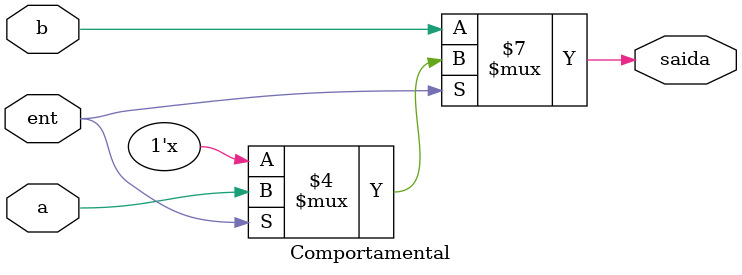
<source format=sv>
module Comportamental (a, b, ent, saida);

	input a, b, ent;
	output saida;

	always @(*) begin
		if (ent==0)begin 
			saida <= b;
		end
		else if(ent==1)begin
			saida <= a;
		end
	end

endmodule

		
</source>
